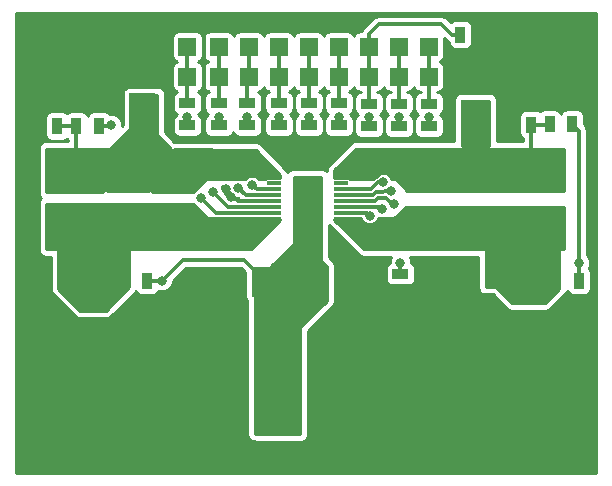
<source format=gbr>
G04 #@! TF.GenerationSoftware,KiCad,Pcbnew,(2017-02-05 revision 431abcf)-makepkg*
G04 #@! TF.CreationDate,2017-06-05T07:43:53+02:00*
G04 #@! TF.ProjectId,DIG4SWHI01A,44494734535748493031412E6B696361,rev?*
G04 #@! TF.FileFunction,Copper,L2,Bot,Signal*
G04 #@! TF.FilePolarity,Positive*
%FSLAX46Y46*%
G04 Gerber Fmt 4.6, Leading zero omitted, Abs format (unit mm)*
G04 Created by KiCad (PCBNEW (2017-02-05 revision 431abcf)-makepkg) date 06/05/17 07:43:53*
%MOMM*%
%LPD*%
G01*
G04 APERTURE LIST*
%ADD10C,1.300000*%
%ADD11C,0.500000*%
%ADD12R,1.200000X0.300000*%
%ADD13R,2.200000X3.800000*%
%ADD14R,1.524000X1.524000*%
%ADD15C,6.000000*%
%ADD16R,2.550160X2.499360*%
%ADD17R,0.889000X1.397000*%
%ADD18R,2.499360X2.301240*%
%ADD19R,2.301240X2.499360*%
%ADD20R,1.397000X0.889000*%
%ADD21R,3.810000X3.810000*%
%ADD22C,0.800000*%
%ADD23C,0.250000*%
%ADD24C,0.300000*%
%ADD25C,0.254000*%
G04 APERTURE END LIST*
D10*
D11*
X24927000Y22630000D03*
X24927000Y23630000D03*
X24927000Y24630000D03*
X24927000Y25630000D03*
X26127000Y25630000D03*
X26127000Y24630000D03*
X26127000Y23630000D03*
X26127000Y22630000D03*
D12*
X22727000Y22380000D03*
X22727000Y22880000D03*
X22727000Y23380000D03*
X22727000Y23880000D03*
X22727000Y24380000D03*
X22727000Y24880000D03*
X22727000Y25380000D03*
X22727000Y25880000D03*
X28327000Y25880000D03*
X28327000Y25380000D03*
X28327000Y24880000D03*
X28327000Y24380000D03*
X28327000Y23880000D03*
X28327000Y23380000D03*
X28327000Y22880000D03*
X28327000Y22380000D03*
D13*
X25527000Y24130000D03*
D14*
X30734000Y34417000D03*
X30734000Y36957000D03*
D15*
X5080000Y5080000D03*
X45720000Y5080000D03*
X45720000Y35560000D03*
X5080000Y35560000D03*
D16*
X17033240Y17018000D03*
X22082760Y17018000D03*
D17*
X25844500Y20193000D03*
X27749500Y20193000D03*
X38481000Y37973000D03*
X40386000Y37973000D03*
X2921000Y17145000D03*
X4826000Y17145000D03*
X4318000Y30226000D03*
X2413000Y30226000D03*
X42545000Y30353000D03*
X44450000Y30353000D03*
X40957500Y17208500D03*
X39052500Y17208500D03*
D18*
X30215840Y16637000D03*
X25918160Y16637000D03*
D19*
X7366000Y15748000D03*
X7366000Y11450320D03*
X11557000Y36047680D03*
X11557000Y31750000D03*
X39624000Y35433000D03*
X39624000Y31135320D03*
X44069000Y16383000D03*
X44069000Y12085320D03*
D14*
X18034000Y34417000D03*
X18034000Y36957000D03*
X23114000Y36957000D03*
X23114000Y34417000D03*
X35814000Y34417000D03*
X35814000Y36957000D03*
X28194000Y36957000D03*
X28194000Y34417000D03*
X33274000Y36957000D03*
X33274000Y34417000D03*
X25654000Y34417000D03*
X25654000Y36957000D03*
X15367000Y34417000D03*
X15367000Y36957000D03*
X20574000Y36957000D03*
X20574000Y34417000D03*
D20*
X30734000Y32131000D03*
X30734000Y30226000D03*
X33401000Y15811500D03*
X33401000Y17716500D03*
X18034000Y30289500D03*
X18034000Y32194500D03*
X23114000Y32194500D03*
X23114000Y30289500D03*
X35814000Y32131000D03*
X35814000Y30226000D03*
X28194000Y30289500D03*
X28194000Y32194500D03*
X33274000Y32131000D03*
X33274000Y30226000D03*
X25654000Y32194500D03*
X25654000Y30289500D03*
X15367000Y32194500D03*
X15367000Y30289500D03*
X20447000Y30289500D03*
X20447000Y32194500D03*
D17*
X11938000Y17145000D03*
X10033000Y17145000D03*
X5969000Y30226000D03*
X7874000Y30226000D03*
X47942500Y30416500D03*
X46037500Y30416500D03*
X46609000Y17145000D03*
X48514000Y17145000D03*
D14*
X3175000Y11430000D03*
X3175000Y13970000D03*
D21*
X23114000Y10922000D03*
X23114000Y5922000D03*
X18034000Y5922000D03*
X18034000Y10922000D03*
X5287000Y21590000D03*
X10287000Y21590000D03*
X5287000Y26543000D03*
X10287000Y26543000D03*
X40386000Y26543000D03*
X45386000Y26543000D03*
X40386000Y21590000D03*
X45386000Y21590000D03*
X13081000Y5922000D03*
X13081000Y10922000D03*
X28194000Y10922000D03*
X28194000Y5922000D03*
X33274000Y5922000D03*
X33274000Y10922000D03*
X38354000Y10922000D03*
X38354000Y5922000D03*
D22*
X24638000Y27432000D03*
X23622000Y27432000D03*
X24130000Y28702000D03*
X22860000Y28702000D03*
X37592000Y30734000D03*
X37592000Y32004000D03*
X37592000Y33020000D03*
X37592000Y34036000D03*
X37592000Y35052000D03*
X37592000Y36068000D03*
X11684000Y38354000D03*
X10414000Y38354000D03*
X9144000Y38354000D03*
X9144000Y37084000D03*
X9144000Y35814000D03*
X9144000Y34544000D03*
X9144000Y33274000D03*
X9144000Y32004000D03*
X10414000Y8382000D03*
X10414000Y9906000D03*
X10414000Y11176000D03*
X9906000Y12700000D03*
X41148000Y9144000D03*
X41148000Y10414000D03*
X41148000Y11684000D03*
X41402000Y12954000D03*
X29210000Y19050000D03*
X40386000Y13970000D03*
X39116000Y13970000D03*
X38100000Y13970000D03*
X37084000Y13970000D03*
X35814000Y13970000D03*
X34544000Y13970000D03*
X33274000Y13970000D03*
X32004000Y13970000D03*
X30734000Y13970000D03*
X29464000Y13970000D03*
X28194000Y13970000D03*
X15875000Y13969998D03*
X14732000Y13969994D03*
X19431000Y13970000D03*
X18161000Y13970000D03*
X17018000Y13970000D03*
X13716000Y13970000D03*
X12446000Y13970000D03*
X11176000Y13970000D03*
X19044814Y24250777D03*
X18669000Y24892000D03*
X25654000Y17526000D03*
X24892000Y20574000D03*
X25908000Y21590000D03*
X24892000Y21590000D03*
X48514000Y18669000D03*
X13208000Y17145000D03*
X8890000Y30353000D03*
X32893000Y23637987D03*
X33401000Y18669000D03*
X30734000Y30988000D03*
X20828000Y25273006D03*
X23114000Y30988000D03*
X31959985Y25506802D03*
X35814000Y30988000D03*
X31877000Y23240998D03*
X28194000Y30988000D03*
X32639000Y24765000D03*
X33274000Y30988000D03*
X25654000Y30988000D03*
X30787228Y22630000D03*
X15367000Y30988000D03*
X16510000Y24130000D03*
X20447000Y30988006D03*
X19685000Y25019000D03*
X18034000Y30988000D03*
X17526000Y24638000D03*
D23*
X24130000Y28702000D02*
X24130000Y27940000D01*
X24130000Y27940000D02*
X23622000Y27432000D01*
X14478000Y28956000D02*
X22606000Y28956000D01*
X22606000Y28956000D02*
X22860000Y28702000D01*
X13970000Y29464000D02*
X14478000Y28956000D01*
X13970000Y33535620D02*
X13970000Y29464000D01*
X11557000Y36047680D02*
X11557000Y35948620D01*
X11557000Y35948620D02*
X13970000Y33535620D01*
X37592000Y33020000D02*
X37592000Y32004000D01*
X37592000Y35052000D02*
X37592000Y34036000D01*
X39624000Y35433000D02*
X38227000Y35433000D01*
X38227000Y35433000D02*
X37592000Y36068000D01*
X9144000Y38354000D02*
X10414000Y38354000D01*
X9144000Y35814000D02*
X9144000Y37084000D01*
X9144000Y35035300D02*
X9144000Y34544000D01*
X9144000Y33274000D02*
X9144000Y34544000D01*
X9144000Y33274000D02*
X9144000Y32004000D01*
X11557000Y36047680D02*
X10156380Y36047680D01*
X10156380Y36047680D02*
X9144000Y35035300D01*
X10414000Y11176000D02*
X10414000Y9906000D01*
X7366000Y11450320D02*
X8766620Y11450320D01*
X8766620Y11450320D02*
X9906000Y12589700D01*
X9906000Y12589700D02*
X9906000Y12700000D01*
X41148000Y11684000D02*
X41148000Y10414000D01*
X44069000Y12085320D02*
X42270680Y12085320D01*
X42270680Y12085320D02*
X41402000Y12954000D01*
X30215840Y16637000D02*
X30215840Y18037620D01*
X29210000Y19043460D02*
X29210000Y19050000D01*
X30215840Y18037620D02*
X29210000Y19043460D01*
X38100000Y13970000D02*
X39116000Y13970000D01*
X35814000Y13970000D02*
X37084000Y13970000D01*
X33274000Y13970000D02*
X34544000Y13970000D01*
X30734000Y13970000D02*
X32004000Y13970000D01*
X28194000Y13970000D02*
X29464000Y13970000D01*
X15875002Y13970000D02*
X15875000Y13969998D01*
X17018000Y13970000D02*
X15875002Y13970000D01*
X14478000Y13970000D02*
X14731994Y13970000D01*
X14731994Y13970000D02*
X14732000Y13969994D01*
X13716000Y13970000D02*
X14478000Y13970000D01*
X18161000Y13970000D02*
X19431000Y13970000D01*
X11176000Y13970000D02*
X12446000Y13970000D01*
D24*
X19068999Y24492001D02*
X18669000Y24892000D01*
X19681000Y23880000D02*
X19068999Y24492001D01*
X22727000Y23880000D02*
X19681000Y23880000D01*
X25654000Y16901160D02*
X25654000Y16960315D01*
X25918160Y16637000D02*
X25654000Y16901160D01*
X25654000Y16960315D02*
X25654000Y17526000D01*
D23*
X25908000Y21590000D02*
X24892000Y20574000D01*
X25527000Y24130000D02*
X25527000Y21980000D01*
X25527000Y21980000D02*
X25137000Y21590000D01*
X25137000Y21590000D02*
X24892000Y21590000D01*
D24*
X48514000Y18669000D02*
X48514000Y29845000D01*
X48514000Y29845000D02*
X47942500Y30416500D01*
X48514000Y18669000D02*
X48514000Y17145000D01*
X13208000Y17145000D02*
X14986000Y18923000D01*
X14986000Y18923000D02*
X20193000Y18923000D01*
X20193000Y18923000D02*
X20193000Y18882360D01*
X20193000Y18882360D02*
X22057360Y17018000D01*
X22057360Y17018000D02*
X22082760Y17018000D01*
X13208000Y17145000D02*
X11938000Y17145000D01*
X7874000Y30226000D02*
X8763000Y30226000D01*
X8763000Y30226000D02*
X8890000Y30353000D01*
X23114000Y34417000D02*
X23114000Y36957000D01*
X23114000Y32194500D02*
X23114000Y34417000D01*
X35814000Y34417000D02*
X35814000Y36957000D01*
X35814000Y32131000D02*
X35814000Y34417000D01*
X5287000Y26543000D02*
X7492000Y26543000D01*
X7492000Y26543000D02*
X10287000Y26543000D01*
X21037000Y26670000D02*
X20910000Y26543000D01*
X20910000Y26543000D02*
X10287000Y26543000D01*
X22727000Y25880000D02*
X21827000Y25880000D01*
X21827000Y25880000D02*
X21037000Y26670000D01*
X5969000Y30226000D02*
X5969000Y27225000D01*
X5969000Y27225000D02*
X5287000Y26543000D01*
X4318000Y30226000D02*
X5969000Y30226000D01*
X39624000Y31135320D02*
X39624000Y27305000D01*
X39624000Y27305000D02*
X40386000Y26543000D01*
X44450000Y30353000D02*
X44450000Y27479000D01*
X44450000Y27479000D02*
X45386000Y26543000D01*
X44450000Y30353000D02*
X45974000Y30353000D01*
X45974000Y30353000D02*
X46037500Y30416500D01*
X32175997Y24118001D02*
X32656011Y23637987D01*
X32656011Y23637987D02*
X32893000Y23637987D01*
X31278998Y23880000D02*
X31516999Y24118001D01*
X31516999Y24118001D02*
X32175997Y24118001D01*
X28327000Y23880000D02*
X31278998Y23880000D01*
X33401000Y17716500D02*
X33401000Y18669000D01*
X30734000Y30988000D02*
X30734000Y30226000D01*
X30734000Y34417000D02*
X30734000Y36957000D01*
X30734000Y32131000D02*
X30734000Y34417000D01*
X31577000Y38862000D02*
X36847500Y38862000D01*
X37736500Y37973000D02*
X38481000Y37973000D01*
X36847500Y38862000D02*
X37736500Y37973000D01*
X30734000Y36957000D02*
X30734000Y38019000D01*
X30734000Y38019000D02*
X31577000Y38862000D01*
X28194000Y34417000D02*
X28194000Y36957000D01*
X28194000Y32194500D02*
X28194000Y34417000D01*
X21221006Y24880000D02*
X20828000Y25273006D01*
X22727000Y24880000D02*
X21221006Y24880000D01*
X23114000Y30289500D02*
X23114000Y30988000D01*
X30864754Y24880000D02*
X31491556Y25506802D01*
X31491556Y25506802D02*
X31959985Y25506802D01*
X28327000Y24880000D02*
X30864754Y24880000D01*
X35814000Y30988000D02*
X35814000Y30226000D01*
X31737998Y23380000D02*
X31877000Y23240998D01*
X28327000Y23380000D02*
X31737998Y23380000D01*
X28194000Y30988000D02*
X28194000Y30289500D01*
X32073315Y24765000D02*
X32639000Y24765000D01*
X31946315Y24638000D02*
X32073315Y24765000D01*
X31329876Y24638000D02*
X31946315Y24638000D01*
X31071876Y24380000D02*
X31329876Y24638000D01*
X28327000Y24380000D02*
X31071876Y24380000D01*
X33274000Y30988000D02*
X33274000Y30226000D01*
X25654000Y30988000D02*
X25654000Y30289500D01*
X28327000Y22880000D02*
X30537228Y22880000D01*
X30537228Y22880000D02*
X30787228Y22630000D01*
X22727000Y22880000D02*
X17760000Y22880000D01*
X17760000Y22880000D02*
X16510000Y24130000D01*
X15367000Y30289500D02*
X15367000Y30988000D01*
X15367000Y30861000D02*
X15367000Y30035500D01*
X22727000Y24380000D02*
X20324000Y24380000D01*
X20324000Y24380000D02*
X19685000Y25019000D01*
X20447000Y30289500D02*
X20447000Y30988006D01*
D23*
X20447000Y30162500D02*
X20574000Y30035500D01*
D24*
X10033000Y17145000D02*
X10033000Y21336000D01*
X10033000Y21336000D02*
X10287000Y21590000D01*
X18034000Y34417000D02*
X18034000Y36957000D01*
X18034000Y32194500D02*
X18034000Y34417000D01*
X33274000Y34417000D02*
X33274000Y36957000D01*
X33274000Y32131000D02*
X33274000Y34417000D01*
X25654000Y34417000D02*
X25654000Y36957000D01*
X25654000Y32194500D02*
X25654000Y34417000D01*
X15367000Y34417000D02*
X15367000Y36957000D01*
X15367000Y32194500D02*
X15367000Y34417000D01*
X20574000Y34417000D02*
X20574000Y36957000D01*
X20447000Y32194500D02*
X20447000Y34290000D01*
X20447000Y34290000D02*
X20574000Y34417000D01*
X22727000Y23380000D02*
X18784000Y23380000D01*
X18784000Y23380000D02*
X17526000Y24638000D01*
X18034000Y30289500D02*
X18034000Y30988000D01*
D23*
X18034000Y30734000D02*
X18034000Y30035500D01*
D25*
G36*
X49944000Y856000D02*
X856000Y856000D01*
X856000Y28448000D01*
X2775000Y28448000D01*
X2775000Y24511000D01*
X2815115Y24309326D01*
X2929355Y24138355D01*
X2941859Y24130000D01*
X2929355Y24121645D01*
X2815115Y23950674D01*
X2775000Y23749000D01*
X2775000Y19685000D01*
X2815115Y19483326D01*
X2929355Y19312355D01*
X3100326Y19198115D01*
X3302000Y19158000D01*
X3330097Y19158000D01*
X3382000Y19147676D01*
X3791000Y19147676D01*
X3791000Y16383000D01*
X3831115Y16181326D01*
X3945355Y16010355D01*
X5831609Y14124101D01*
X5835435Y14118375D01*
X5841161Y14114549D01*
X5850355Y14105355D01*
X6021326Y13991115D01*
X6223000Y13951000D01*
X8509000Y13951000D01*
X8710674Y13991115D01*
X8881645Y14105355D01*
X8890839Y14114549D01*
X8896565Y14118375D01*
X8900391Y14124101D01*
X10813445Y16037155D01*
X10857445Y16066555D01*
X10886845Y16110555D01*
X10913645Y16137355D01*
X10993805Y16257323D01*
X10997077Y16240875D01*
X11113555Y16066555D01*
X11287875Y15950077D01*
X11493500Y15909176D01*
X12382500Y15909176D01*
X12588125Y15950077D01*
X12762445Y16066555D01*
X12878923Y16240875D01*
X12885726Y16275079D01*
X13022799Y16218161D01*
X13391583Y16217839D01*
X13732417Y16358669D01*
X13993414Y16619211D01*
X14134839Y16959799D01*
X14134974Y17114552D01*
X15266422Y18246000D01*
X19871938Y18246000D01*
X20270356Y17847582D01*
X20270356Y15768320D01*
X20311257Y15562695D01*
X20427735Y15388375D01*
X20428000Y15388198D01*
X20428000Y4064000D01*
X20468115Y3862326D01*
X20582355Y3691355D01*
X20753326Y3577115D01*
X20955000Y3537000D01*
X20978796Y3537000D01*
X21003375Y3520577D01*
X21209000Y3479676D01*
X25019000Y3479676D01*
X25224625Y3520577D01*
X25398945Y3637055D01*
X25515423Y3811375D01*
X25556324Y4017000D01*
X25556324Y7827000D01*
X25546000Y7878903D01*
X25546000Y8965097D01*
X25556324Y9017000D01*
X25556324Y12827000D01*
X25548687Y12865397D01*
X27677645Y14994355D01*
X27791885Y15165326D01*
X27832000Y15367000D01*
X27832000Y18415000D01*
X27791885Y18616674D01*
X27677645Y18787645D01*
X27324000Y19141290D01*
X27324000Y21841710D01*
X29853355Y19312355D01*
X30024326Y19198115D01*
X30226000Y19158000D01*
X32600310Y19158000D01*
X32474161Y18854201D01*
X32473976Y18642122D01*
X32322555Y18540945D01*
X32206077Y18366625D01*
X32165176Y18161000D01*
X32165176Y17272000D01*
X32206077Y17066375D01*
X32322555Y16892055D01*
X32496875Y16775577D01*
X32702500Y16734676D01*
X34099500Y16734676D01*
X34305125Y16775577D01*
X34479445Y16892055D01*
X34595923Y17066375D01*
X34636824Y17272000D01*
X34636824Y18161000D01*
X34595923Y18366625D01*
X34479445Y18540945D01*
X34327977Y18642153D01*
X34328161Y18852583D01*
X34201965Y19158000D01*
X38429097Y19158000D01*
X38481000Y19147676D01*
X39986000Y19147676D01*
X39986000Y17958903D01*
X39975676Y17907000D01*
X39975676Y16510000D01*
X40016577Y16304375D01*
X40133055Y16130055D01*
X40307375Y16013577D01*
X40513000Y15972676D01*
X41194034Y15972676D01*
X42426355Y14740355D01*
X42597326Y14626115D01*
X42799000Y14586000D01*
X45720000Y14586000D01*
X45921674Y14626115D01*
X46092645Y14740355D01*
X47362645Y16010355D01*
X47373379Y16026420D01*
X47433445Y16066555D01*
X47549923Y16240875D01*
X47561500Y16299077D01*
X47573077Y16240875D01*
X47689555Y16066555D01*
X47863875Y15950077D01*
X48069500Y15909176D01*
X48958500Y15909176D01*
X49164125Y15950077D01*
X49338445Y16066555D01*
X49454923Y16240875D01*
X49495824Y16446500D01*
X49495824Y17843500D01*
X49454923Y18049125D01*
X49338445Y18223445D01*
X49333971Y18226434D01*
X49440839Y18483799D01*
X49441161Y18852583D01*
X49300331Y19193417D01*
X49191000Y19302939D01*
X49191000Y29845000D01*
X49139466Y30104077D01*
X48992711Y30323711D01*
X48924324Y30392098D01*
X48924324Y31115000D01*
X48883423Y31320625D01*
X48766945Y31494945D01*
X48592625Y31611423D01*
X48387000Y31652324D01*
X47498000Y31652324D01*
X47292375Y31611423D01*
X47118055Y31494945D01*
X47001577Y31320625D01*
X46990000Y31262423D01*
X46978423Y31320625D01*
X46861945Y31494945D01*
X46687625Y31611423D01*
X46482000Y31652324D01*
X45593000Y31652324D01*
X45387375Y31611423D01*
X45213055Y31494945D01*
X45202670Y31479404D01*
X45100125Y31547923D01*
X44894500Y31588824D01*
X44005500Y31588824D01*
X43799875Y31547923D01*
X43625555Y31431445D01*
X43509077Y31257125D01*
X43468176Y31051500D01*
X43468176Y29654500D01*
X43509077Y29448875D01*
X43625555Y29274555D01*
X43773000Y29176034D01*
X43773000Y28985324D01*
X43481000Y28985324D01*
X43429097Y28975000D01*
X42342903Y28975000D01*
X42291000Y28985324D01*
X41548000Y28985324D01*
X41548000Y32512000D01*
X41507885Y32713674D01*
X41393645Y32884645D01*
X41222674Y32998885D01*
X41021000Y33039000D01*
X38481000Y33039000D01*
X38279326Y32998885D01*
X38108355Y32884645D01*
X37994115Y32713674D01*
X37954000Y32512000D01*
X37954000Y32475211D01*
X37936056Y32385000D01*
X37936056Y29885640D01*
X37954000Y29795429D01*
X37954000Y28975000D01*
X29591000Y28975000D01*
X29389326Y28934885D01*
X29218355Y28820645D01*
X27313355Y26915645D01*
X27199115Y26744674D01*
X27159000Y26543000D01*
X27159000Y26414758D01*
X26998674Y26521885D01*
X26797000Y26562000D01*
X26653766Y26562000D01*
X26627000Y26567324D01*
X24427000Y26567324D01*
X24400234Y26562000D01*
X24257000Y26562000D01*
X24055326Y26521885D01*
X23884355Y26407645D01*
X23854905Y26363571D01*
X23854885Y26363674D01*
X23740645Y26534645D01*
X21581645Y28693645D01*
X21410674Y28807885D01*
X21209000Y28848000D01*
X20829887Y28848000D01*
X14267738Y28895552D01*
X13481000Y29682290D01*
X13481000Y33020000D01*
X13440885Y33221674D01*
X13326645Y33392645D01*
X13155674Y33506885D01*
X12954000Y33547000D01*
X10414000Y33547000D01*
X10212326Y33506885D01*
X10041355Y33392645D01*
X10037672Y33387134D01*
X10026435Y33379625D01*
X9909957Y33205305D01*
X9869056Y32999680D01*
X9869056Y30500320D01*
X9887000Y30410109D01*
X9887000Y30317290D01*
X9816908Y30247198D01*
X9817161Y30536583D01*
X9676331Y30877417D01*
X9415789Y31138414D01*
X9075201Y31279839D01*
X8714676Y31280154D01*
X8698445Y31304445D01*
X8524125Y31420923D01*
X8318500Y31461824D01*
X7429500Y31461824D01*
X7223875Y31420923D01*
X7049555Y31304445D01*
X6933077Y31130125D01*
X6921500Y31071923D01*
X6909923Y31130125D01*
X6793445Y31304445D01*
X6619125Y31420923D01*
X6413500Y31461824D01*
X5524500Y31461824D01*
X5318875Y31420923D01*
X5144555Y31304445D01*
X5143500Y31302866D01*
X5142445Y31304445D01*
X4968125Y31420923D01*
X4762500Y31461824D01*
X3873500Y31461824D01*
X3667875Y31420923D01*
X3493555Y31304445D01*
X3377077Y31130125D01*
X3336176Y30924500D01*
X3336176Y29527500D01*
X3377077Y29321875D01*
X3493555Y29147555D01*
X3667875Y29031077D01*
X3873500Y28990176D01*
X4762500Y28990176D01*
X4968125Y29031077D01*
X5142445Y29147555D01*
X5143500Y29149134D01*
X5144555Y29147555D01*
X5292000Y29049034D01*
X5292000Y28985324D01*
X3382000Y28985324D01*
X3329176Y28974817D01*
X3305819Y28974986D01*
X3100326Y28934885D01*
X2929355Y28820645D01*
X2815115Y28649674D01*
X2775000Y28448000D01*
X856000Y28448000D01*
X856000Y37719000D01*
X14067676Y37719000D01*
X14067676Y36195000D01*
X14108577Y35989375D01*
X14225055Y35815055D01*
X14399375Y35698577D01*
X14457577Y35687000D01*
X14399375Y35675423D01*
X14225055Y35558945D01*
X14108577Y35384625D01*
X14067676Y35179000D01*
X14067676Y33655000D01*
X14108577Y33449375D01*
X14225055Y33275055D01*
X14399375Y33158577D01*
X14489327Y33140685D01*
X14462875Y33135423D01*
X14288555Y33018945D01*
X14172077Y32844625D01*
X14131176Y32639000D01*
X14131176Y31750000D01*
X14172077Y31544375D01*
X14288555Y31370055D01*
X14462875Y31253577D01*
X14472723Y31251618D01*
X14464016Y31230650D01*
X14462875Y31230423D01*
X14288555Y31113945D01*
X14172077Y30939625D01*
X14131176Y30734000D01*
X14131176Y29845000D01*
X14172077Y29639375D01*
X14288555Y29465055D01*
X14462875Y29348577D01*
X14668500Y29307676D01*
X16065500Y29307676D01*
X16271125Y29348577D01*
X16445445Y29465055D01*
X16561923Y29639375D01*
X16602824Y29845000D01*
X16602824Y30734000D01*
X16561923Y30939625D01*
X16445445Y31113945D01*
X16271125Y31230423D01*
X16269734Y31230700D01*
X16261105Y31251584D01*
X16271125Y31253577D01*
X16445445Y31370055D01*
X16561923Y31544375D01*
X16602824Y31750000D01*
X16602824Y32639000D01*
X16561923Y32844625D01*
X16445445Y33018945D01*
X16271125Y33135423D01*
X16244673Y33140685D01*
X16334625Y33158577D01*
X16508945Y33275055D01*
X16625423Y33449375D01*
X16666324Y33655000D01*
X16666324Y35179000D01*
X16625423Y35384625D01*
X16508945Y35558945D01*
X16334625Y35675423D01*
X16276423Y35687000D01*
X16334625Y35698577D01*
X16508945Y35815055D01*
X16625423Y35989375D01*
X16666324Y36195000D01*
X16666324Y37719000D01*
X16734676Y37719000D01*
X16734676Y36195000D01*
X16775577Y35989375D01*
X16892055Y35815055D01*
X17066375Y35698577D01*
X17124577Y35687000D01*
X17066375Y35675423D01*
X16892055Y35558945D01*
X16775577Y35384625D01*
X16734676Y35179000D01*
X16734676Y33655000D01*
X16775577Y33449375D01*
X16892055Y33275055D01*
X17066375Y33158577D01*
X17156327Y33140685D01*
X17129875Y33135423D01*
X16955555Y33018945D01*
X16839077Y32844625D01*
X16798176Y32639000D01*
X16798176Y31750000D01*
X16839077Y31544375D01*
X16955555Y31370055D01*
X17129875Y31253577D01*
X17139723Y31251618D01*
X17131016Y31230650D01*
X17129875Y31230423D01*
X16955555Y31113945D01*
X16839077Y30939625D01*
X16798176Y30734000D01*
X16798176Y29845000D01*
X16839077Y29639375D01*
X16955555Y29465055D01*
X17129875Y29348577D01*
X17335500Y29307676D01*
X18732500Y29307676D01*
X18938125Y29348577D01*
X19112445Y29465055D01*
X19228923Y29639375D01*
X19240500Y29697577D01*
X19252077Y29639375D01*
X19368555Y29465055D01*
X19542875Y29348577D01*
X19748500Y29307676D01*
X21145500Y29307676D01*
X21351125Y29348577D01*
X21525445Y29465055D01*
X21641923Y29639375D01*
X21682824Y29845000D01*
X21682824Y30734000D01*
X21641923Y30939625D01*
X21525445Y31113945D01*
X21351125Y31230423D01*
X21349737Y31230699D01*
X21341108Y31251584D01*
X21351125Y31253577D01*
X21525445Y31370055D01*
X21641923Y31544375D01*
X21682824Y31750000D01*
X21682824Y32639000D01*
X21641923Y32844625D01*
X21525445Y33018945D01*
X21368123Y33124066D01*
X21541625Y33158577D01*
X21715945Y33275055D01*
X21832423Y33449375D01*
X21844000Y33507577D01*
X21855577Y33449375D01*
X21972055Y33275055D01*
X22146375Y33158577D01*
X22236327Y33140685D01*
X22209875Y33135423D01*
X22035555Y33018945D01*
X21919077Y32844625D01*
X21878176Y32639000D01*
X21878176Y31750000D01*
X21919077Y31544375D01*
X22035555Y31370055D01*
X22209875Y31253577D01*
X22219723Y31251618D01*
X22211016Y31230650D01*
X22209875Y31230423D01*
X22035555Y31113945D01*
X21919077Y30939625D01*
X21878176Y30734000D01*
X21878176Y29845000D01*
X21919077Y29639375D01*
X22035555Y29465055D01*
X22209875Y29348577D01*
X22415500Y29307676D01*
X23812500Y29307676D01*
X24018125Y29348577D01*
X24192445Y29465055D01*
X24308923Y29639375D01*
X24349824Y29845000D01*
X24349824Y30734000D01*
X24308923Y30939625D01*
X24192445Y31113945D01*
X24018125Y31230423D01*
X24016734Y31230700D01*
X24008105Y31251584D01*
X24018125Y31253577D01*
X24192445Y31370055D01*
X24308923Y31544375D01*
X24349824Y31750000D01*
X24349824Y32639000D01*
X24308923Y32844625D01*
X24192445Y33018945D01*
X24018125Y33135423D01*
X23991673Y33140685D01*
X24081625Y33158577D01*
X24255945Y33275055D01*
X24372423Y33449375D01*
X24384000Y33507577D01*
X24395577Y33449375D01*
X24512055Y33275055D01*
X24686375Y33158577D01*
X24776327Y33140685D01*
X24749875Y33135423D01*
X24575555Y33018945D01*
X24459077Y32844625D01*
X24418176Y32639000D01*
X24418176Y31750000D01*
X24459077Y31544375D01*
X24575555Y31370055D01*
X24749875Y31253577D01*
X24759723Y31251618D01*
X24751016Y31230650D01*
X24749875Y31230423D01*
X24575555Y31113945D01*
X24459077Y30939625D01*
X24418176Y30734000D01*
X24418176Y29845000D01*
X24459077Y29639375D01*
X24575555Y29465055D01*
X24749875Y29348577D01*
X24955500Y29307676D01*
X26352500Y29307676D01*
X26558125Y29348577D01*
X26732445Y29465055D01*
X26848923Y29639375D01*
X26889824Y29845000D01*
X26889824Y30734000D01*
X26848923Y30939625D01*
X26732445Y31113945D01*
X26558125Y31230423D01*
X26556734Y31230700D01*
X26548105Y31251584D01*
X26558125Y31253577D01*
X26732445Y31370055D01*
X26848923Y31544375D01*
X26889824Y31750000D01*
X26889824Y32639000D01*
X26848923Y32844625D01*
X26732445Y33018945D01*
X26558125Y33135423D01*
X26531673Y33140685D01*
X26621625Y33158577D01*
X26795945Y33275055D01*
X26912423Y33449375D01*
X26924000Y33507577D01*
X26935577Y33449375D01*
X27052055Y33275055D01*
X27226375Y33158577D01*
X27316327Y33140685D01*
X27289875Y33135423D01*
X27115555Y33018945D01*
X26999077Y32844625D01*
X26958176Y32639000D01*
X26958176Y31750000D01*
X26999077Y31544375D01*
X27115555Y31370055D01*
X27289875Y31253577D01*
X27299723Y31251618D01*
X27291016Y31230650D01*
X27289875Y31230423D01*
X27115555Y31113945D01*
X26999077Y30939625D01*
X26958176Y30734000D01*
X26958176Y29845000D01*
X26999077Y29639375D01*
X27115555Y29465055D01*
X27289875Y29348577D01*
X27495500Y29307676D01*
X28892500Y29307676D01*
X29098125Y29348577D01*
X29272445Y29465055D01*
X29388923Y29639375D01*
X29429824Y29845000D01*
X29429824Y30734000D01*
X29388923Y30939625D01*
X29272445Y31113945D01*
X29098125Y31230423D01*
X29096734Y31230700D01*
X29088105Y31251584D01*
X29098125Y31253577D01*
X29272445Y31370055D01*
X29388923Y31544375D01*
X29429824Y31750000D01*
X29429824Y32639000D01*
X29388923Y32844625D01*
X29272445Y33018945D01*
X29098125Y33135423D01*
X29071673Y33140685D01*
X29161625Y33158577D01*
X29335945Y33275055D01*
X29452423Y33449375D01*
X29464000Y33507577D01*
X29475577Y33449375D01*
X29592055Y33275055D01*
X29766375Y33158577D01*
X29972000Y33117676D01*
X30057000Y33117676D01*
X30057000Y33112824D01*
X30035500Y33112824D01*
X29829875Y33071923D01*
X29655555Y32955445D01*
X29539077Y32781125D01*
X29498176Y32575500D01*
X29498176Y31686500D01*
X29539077Y31480875D01*
X29655555Y31306555D01*
X29817580Y31198292D01*
X29807161Y31173201D01*
X29807142Y31151733D01*
X29655555Y31050445D01*
X29539077Y30876125D01*
X29498176Y30670500D01*
X29498176Y29781500D01*
X29539077Y29575875D01*
X29655555Y29401555D01*
X29829875Y29285077D01*
X30035500Y29244176D01*
X31432500Y29244176D01*
X31638125Y29285077D01*
X31812445Y29401555D01*
X31928923Y29575875D01*
X31969824Y29781500D01*
X31969824Y30670500D01*
X31928923Y30876125D01*
X31812445Y31050445D01*
X31661144Y31151542D01*
X31661161Y31171583D01*
X31650189Y31198138D01*
X31812445Y31306555D01*
X31928923Y31480875D01*
X31969824Y31686500D01*
X31969824Y32575500D01*
X31928923Y32781125D01*
X31812445Y32955445D01*
X31638125Y33071923D01*
X31432500Y33112824D01*
X31411000Y33112824D01*
X31411000Y33117676D01*
X31496000Y33117676D01*
X31701625Y33158577D01*
X31875945Y33275055D01*
X31992423Y33449375D01*
X32004000Y33507577D01*
X32015577Y33449375D01*
X32132055Y33275055D01*
X32306375Y33158577D01*
X32512000Y33117676D01*
X32597000Y33117676D01*
X32597000Y33112824D01*
X32575500Y33112824D01*
X32369875Y33071923D01*
X32195555Y32955445D01*
X32079077Y32781125D01*
X32038176Y32575500D01*
X32038176Y31686500D01*
X32079077Y31480875D01*
X32195555Y31306555D01*
X32357580Y31198292D01*
X32347161Y31173201D01*
X32347142Y31151733D01*
X32195555Y31050445D01*
X32079077Y30876125D01*
X32038176Y30670500D01*
X32038176Y29781500D01*
X32079077Y29575875D01*
X32195555Y29401555D01*
X32369875Y29285077D01*
X32575500Y29244176D01*
X33972500Y29244176D01*
X34178125Y29285077D01*
X34352445Y29401555D01*
X34468923Y29575875D01*
X34509824Y29781500D01*
X34509824Y30670500D01*
X34468923Y30876125D01*
X34352445Y31050445D01*
X34201144Y31151542D01*
X34201161Y31171583D01*
X34190189Y31198138D01*
X34352445Y31306555D01*
X34468923Y31480875D01*
X34509824Y31686500D01*
X34509824Y32575500D01*
X34468923Y32781125D01*
X34352445Y32955445D01*
X34178125Y33071923D01*
X33972500Y33112824D01*
X33951000Y33112824D01*
X33951000Y33117676D01*
X34036000Y33117676D01*
X34241625Y33158577D01*
X34415945Y33275055D01*
X34532423Y33449375D01*
X34544000Y33507577D01*
X34555577Y33449375D01*
X34672055Y33275055D01*
X34846375Y33158577D01*
X35052000Y33117676D01*
X35137000Y33117676D01*
X35137000Y33112824D01*
X35115500Y33112824D01*
X34909875Y33071923D01*
X34735555Y32955445D01*
X34619077Y32781125D01*
X34578176Y32575500D01*
X34578176Y31686500D01*
X34619077Y31480875D01*
X34735555Y31306555D01*
X34897580Y31198292D01*
X34887161Y31173201D01*
X34887142Y31151733D01*
X34735555Y31050445D01*
X34619077Y30876125D01*
X34578176Y30670500D01*
X34578176Y29781500D01*
X34619077Y29575875D01*
X34735555Y29401555D01*
X34909875Y29285077D01*
X35115500Y29244176D01*
X36512500Y29244176D01*
X36718125Y29285077D01*
X36892445Y29401555D01*
X37008923Y29575875D01*
X37049824Y29781500D01*
X37049824Y30670500D01*
X37008923Y30876125D01*
X36892445Y31050445D01*
X36741144Y31151542D01*
X36741161Y31171583D01*
X36730189Y31198138D01*
X36892445Y31306555D01*
X37008923Y31480875D01*
X37049824Y31686500D01*
X37049824Y32575500D01*
X37008923Y32781125D01*
X36892445Y32955445D01*
X36718125Y33071923D01*
X36512500Y33112824D01*
X36491000Y33112824D01*
X36491000Y33117676D01*
X36576000Y33117676D01*
X36781625Y33158577D01*
X36955945Y33275055D01*
X37072423Y33449375D01*
X37113324Y33655000D01*
X37113324Y35179000D01*
X37072423Y35384625D01*
X36955945Y35558945D01*
X36781625Y35675423D01*
X36723423Y35687000D01*
X36781625Y35698577D01*
X36955945Y35815055D01*
X37072423Y35989375D01*
X37113324Y36195000D01*
X37113324Y37638754D01*
X37257789Y37494289D01*
X37477423Y37347534D01*
X37499176Y37343207D01*
X37499176Y37274500D01*
X37540077Y37068875D01*
X37656555Y36894555D01*
X37830875Y36778077D01*
X38036500Y36737176D01*
X38925500Y36737176D01*
X39131125Y36778077D01*
X39305445Y36894555D01*
X39421923Y37068875D01*
X39462824Y37274500D01*
X39462824Y38671500D01*
X39421923Y38877125D01*
X39305445Y39051445D01*
X39131125Y39167923D01*
X38925500Y39208824D01*
X38036500Y39208824D01*
X37830875Y39167923D01*
X37656555Y39051445D01*
X37640101Y39026821D01*
X37326211Y39340711D01*
X37106577Y39487466D01*
X36847500Y39539000D01*
X31577000Y39539000D01*
X31317923Y39487466D01*
X31098289Y39340711D01*
X30255289Y38497711D01*
X30108534Y38278077D01*
X30104207Y38256324D01*
X29972000Y38256324D01*
X29766375Y38215423D01*
X29592055Y38098945D01*
X29475577Y37924625D01*
X29464000Y37866423D01*
X29452423Y37924625D01*
X29335945Y38098945D01*
X29161625Y38215423D01*
X28956000Y38256324D01*
X27432000Y38256324D01*
X27226375Y38215423D01*
X27052055Y38098945D01*
X26935577Y37924625D01*
X26924000Y37866423D01*
X26912423Y37924625D01*
X26795945Y38098945D01*
X26621625Y38215423D01*
X26416000Y38256324D01*
X24892000Y38256324D01*
X24686375Y38215423D01*
X24512055Y38098945D01*
X24395577Y37924625D01*
X24384000Y37866423D01*
X24372423Y37924625D01*
X24255945Y38098945D01*
X24081625Y38215423D01*
X23876000Y38256324D01*
X22352000Y38256324D01*
X22146375Y38215423D01*
X21972055Y38098945D01*
X21855577Y37924625D01*
X21844000Y37866423D01*
X21832423Y37924625D01*
X21715945Y38098945D01*
X21541625Y38215423D01*
X21336000Y38256324D01*
X19812000Y38256324D01*
X19606375Y38215423D01*
X19432055Y38098945D01*
X19315577Y37924625D01*
X19304000Y37866423D01*
X19292423Y37924625D01*
X19175945Y38098945D01*
X19001625Y38215423D01*
X18796000Y38256324D01*
X17272000Y38256324D01*
X17066375Y38215423D01*
X16892055Y38098945D01*
X16775577Y37924625D01*
X16734676Y37719000D01*
X16666324Y37719000D01*
X16625423Y37924625D01*
X16508945Y38098945D01*
X16334625Y38215423D01*
X16129000Y38256324D01*
X14605000Y38256324D01*
X14399375Y38215423D01*
X14225055Y38098945D01*
X14108577Y37924625D01*
X14067676Y37719000D01*
X856000Y37719000D01*
X856000Y39784000D01*
X49944000Y39784000D01*
X49944000Y856000D01*
X49944000Y856000D01*
G37*
X49944000Y856000D02*
X856000Y856000D01*
X856000Y28448000D01*
X2775000Y28448000D01*
X2775000Y24511000D01*
X2815115Y24309326D01*
X2929355Y24138355D01*
X2941859Y24130000D01*
X2929355Y24121645D01*
X2815115Y23950674D01*
X2775000Y23749000D01*
X2775000Y19685000D01*
X2815115Y19483326D01*
X2929355Y19312355D01*
X3100326Y19198115D01*
X3302000Y19158000D01*
X3330097Y19158000D01*
X3382000Y19147676D01*
X3791000Y19147676D01*
X3791000Y16383000D01*
X3831115Y16181326D01*
X3945355Y16010355D01*
X5831609Y14124101D01*
X5835435Y14118375D01*
X5841161Y14114549D01*
X5850355Y14105355D01*
X6021326Y13991115D01*
X6223000Y13951000D01*
X8509000Y13951000D01*
X8710674Y13991115D01*
X8881645Y14105355D01*
X8890839Y14114549D01*
X8896565Y14118375D01*
X8900391Y14124101D01*
X10813445Y16037155D01*
X10857445Y16066555D01*
X10886845Y16110555D01*
X10913645Y16137355D01*
X10993805Y16257323D01*
X10997077Y16240875D01*
X11113555Y16066555D01*
X11287875Y15950077D01*
X11493500Y15909176D01*
X12382500Y15909176D01*
X12588125Y15950077D01*
X12762445Y16066555D01*
X12878923Y16240875D01*
X12885726Y16275079D01*
X13022799Y16218161D01*
X13391583Y16217839D01*
X13732417Y16358669D01*
X13993414Y16619211D01*
X14134839Y16959799D01*
X14134974Y17114552D01*
X15266422Y18246000D01*
X19871938Y18246000D01*
X20270356Y17847582D01*
X20270356Y15768320D01*
X20311257Y15562695D01*
X20427735Y15388375D01*
X20428000Y15388198D01*
X20428000Y4064000D01*
X20468115Y3862326D01*
X20582355Y3691355D01*
X20753326Y3577115D01*
X20955000Y3537000D01*
X20978796Y3537000D01*
X21003375Y3520577D01*
X21209000Y3479676D01*
X25019000Y3479676D01*
X25224625Y3520577D01*
X25398945Y3637055D01*
X25515423Y3811375D01*
X25556324Y4017000D01*
X25556324Y7827000D01*
X25546000Y7878903D01*
X25546000Y8965097D01*
X25556324Y9017000D01*
X25556324Y12827000D01*
X25548687Y12865397D01*
X27677645Y14994355D01*
X27791885Y15165326D01*
X27832000Y15367000D01*
X27832000Y18415000D01*
X27791885Y18616674D01*
X27677645Y18787645D01*
X27324000Y19141290D01*
X27324000Y21841710D01*
X29853355Y19312355D01*
X30024326Y19198115D01*
X30226000Y19158000D01*
X32600310Y19158000D01*
X32474161Y18854201D01*
X32473976Y18642122D01*
X32322555Y18540945D01*
X32206077Y18366625D01*
X32165176Y18161000D01*
X32165176Y17272000D01*
X32206077Y17066375D01*
X32322555Y16892055D01*
X32496875Y16775577D01*
X32702500Y16734676D01*
X34099500Y16734676D01*
X34305125Y16775577D01*
X34479445Y16892055D01*
X34595923Y17066375D01*
X34636824Y17272000D01*
X34636824Y18161000D01*
X34595923Y18366625D01*
X34479445Y18540945D01*
X34327977Y18642153D01*
X34328161Y18852583D01*
X34201965Y19158000D01*
X38429097Y19158000D01*
X38481000Y19147676D01*
X39986000Y19147676D01*
X39986000Y17958903D01*
X39975676Y17907000D01*
X39975676Y16510000D01*
X40016577Y16304375D01*
X40133055Y16130055D01*
X40307375Y16013577D01*
X40513000Y15972676D01*
X41194034Y15972676D01*
X42426355Y14740355D01*
X42597326Y14626115D01*
X42799000Y14586000D01*
X45720000Y14586000D01*
X45921674Y14626115D01*
X46092645Y14740355D01*
X47362645Y16010355D01*
X47373379Y16026420D01*
X47433445Y16066555D01*
X47549923Y16240875D01*
X47561500Y16299077D01*
X47573077Y16240875D01*
X47689555Y16066555D01*
X47863875Y15950077D01*
X48069500Y15909176D01*
X48958500Y15909176D01*
X49164125Y15950077D01*
X49338445Y16066555D01*
X49454923Y16240875D01*
X49495824Y16446500D01*
X49495824Y17843500D01*
X49454923Y18049125D01*
X49338445Y18223445D01*
X49333971Y18226434D01*
X49440839Y18483799D01*
X49441161Y18852583D01*
X49300331Y19193417D01*
X49191000Y19302939D01*
X49191000Y29845000D01*
X49139466Y30104077D01*
X48992711Y30323711D01*
X48924324Y30392098D01*
X48924324Y31115000D01*
X48883423Y31320625D01*
X48766945Y31494945D01*
X48592625Y31611423D01*
X48387000Y31652324D01*
X47498000Y31652324D01*
X47292375Y31611423D01*
X47118055Y31494945D01*
X47001577Y31320625D01*
X46990000Y31262423D01*
X46978423Y31320625D01*
X46861945Y31494945D01*
X46687625Y31611423D01*
X46482000Y31652324D01*
X45593000Y31652324D01*
X45387375Y31611423D01*
X45213055Y31494945D01*
X45202670Y31479404D01*
X45100125Y31547923D01*
X44894500Y31588824D01*
X44005500Y31588824D01*
X43799875Y31547923D01*
X43625555Y31431445D01*
X43509077Y31257125D01*
X43468176Y31051500D01*
X43468176Y29654500D01*
X43509077Y29448875D01*
X43625555Y29274555D01*
X43773000Y29176034D01*
X43773000Y28985324D01*
X43481000Y28985324D01*
X43429097Y28975000D01*
X42342903Y28975000D01*
X42291000Y28985324D01*
X41548000Y28985324D01*
X41548000Y32512000D01*
X41507885Y32713674D01*
X41393645Y32884645D01*
X41222674Y32998885D01*
X41021000Y33039000D01*
X38481000Y33039000D01*
X38279326Y32998885D01*
X38108355Y32884645D01*
X37994115Y32713674D01*
X37954000Y32512000D01*
X37954000Y32475211D01*
X37936056Y32385000D01*
X37936056Y29885640D01*
X37954000Y29795429D01*
X37954000Y28975000D01*
X29591000Y28975000D01*
X29389326Y28934885D01*
X29218355Y28820645D01*
X27313355Y26915645D01*
X27199115Y26744674D01*
X27159000Y26543000D01*
X27159000Y26414758D01*
X26998674Y26521885D01*
X26797000Y26562000D01*
X26653766Y26562000D01*
X26627000Y26567324D01*
X24427000Y26567324D01*
X24400234Y26562000D01*
X24257000Y26562000D01*
X24055326Y26521885D01*
X23884355Y26407645D01*
X23854905Y26363571D01*
X23854885Y26363674D01*
X23740645Y26534645D01*
X21581645Y28693645D01*
X21410674Y28807885D01*
X21209000Y28848000D01*
X20829887Y28848000D01*
X14267738Y28895552D01*
X13481000Y29682290D01*
X13481000Y33020000D01*
X13440885Y33221674D01*
X13326645Y33392645D01*
X13155674Y33506885D01*
X12954000Y33547000D01*
X10414000Y33547000D01*
X10212326Y33506885D01*
X10041355Y33392645D01*
X10037672Y33387134D01*
X10026435Y33379625D01*
X9909957Y33205305D01*
X9869056Y32999680D01*
X9869056Y30500320D01*
X9887000Y30410109D01*
X9887000Y30317290D01*
X9816908Y30247198D01*
X9817161Y30536583D01*
X9676331Y30877417D01*
X9415789Y31138414D01*
X9075201Y31279839D01*
X8714676Y31280154D01*
X8698445Y31304445D01*
X8524125Y31420923D01*
X8318500Y31461824D01*
X7429500Y31461824D01*
X7223875Y31420923D01*
X7049555Y31304445D01*
X6933077Y31130125D01*
X6921500Y31071923D01*
X6909923Y31130125D01*
X6793445Y31304445D01*
X6619125Y31420923D01*
X6413500Y31461824D01*
X5524500Y31461824D01*
X5318875Y31420923D01*
X5144555Y31304445D01*
X5143500Y31302866D01*
X5142445Y31304445D01*
X4968125Y31420923D01*
X4762500Y31461824D01*
X3873500Y31461824D01*
X3667875Y31420923D01*
X3493555Y31304445D01*
X3377077Y31130125D01*
X3336176Y30924500D01*
X3336176Y29527500D01*
X3377077Y29321875D01*
X3493555Y29147555D01*
X3667875Y29031077D01*
X3873500Y28990176D01*
X4762500Y28990176D01*
X4968125Y29031077D01*
X5142445Y29147555D01*
X5143500Y29149134D01*
X5144555Y29147555D01*
X5292000Y29049034D01*
X5292000Y28985324D01*
X3382000Y28985324D01*
X3329176Y28974817D01*
X3305819Y28974986D01*
X3100326Y28934885D01*
X2929355Y28820645D01*
X2815115Y28649674D01*
X2775000Y28448000D01*
X856000Y28448000D01*
X856000Y37719000D01*
X14067676Y37719000D01*
X14067676Y36195000D01*
X14108577Y35989375D01*
X14225055Y35815055D01*
X14399375Y35698577D01*
X14457577Y35687000D01*
X14399375Y35675423D01*
X14225055Y35558945D01*
X14108577Y35384625D01*
X14067676Y35179000D01*
X14067676Y33655000D01*
X14108577Y33449375D01*
X14225055Y33275055D01*
X14399375Y33158577D01*
X14489327Y33140685D01*
X14462875Y33135423D01*
X14288555Y33018945D01*
X14172077Y32844625D01*
X14131176Y32639000D01*
X14131176Y31750000D01*
X14172077Y31544375D01*
X14288555Y31370055D01*
X14462875Y31253577D01*
X14472723Y31251618D01*
X14464016Y31230650D01*
X14462875Y31230423D01*
X14288555Y31113945D01*
X14172077Y30939625D01*
X14131176Y30734000D01*
X14131176Y29845000D01*
X14172077Y29639375D01*
X14288555Y29465055D01*
X14462875Y29348577D01*
X14668500Y29307676D01*
X16065500Y29307676D01*
X16271125Y29348577D01*
X16445445Y29465055D01*
X16561923Y29639375D01*
X16602824Y29845000D01*
X16602824Y30734000D01*
X16561923Y30939625D01*
X16445445Y31113945D01*
X16271125Y31230423D01*
X16269734Y31230700D01*
X16261105Y31251584D01*
X16271125Y31253577D01*
X16445445Y31370055D01*
X16561923Y31544375D01*
X16602824Y31750000D01*
X16602824Y32639000D01*
X16561923Y32844625D01*
X16445445Y33018945D01*
X16271125Y33135423D01*
X16244673Y33140685D01*
X16334625Y33158577D01*
X16508945Y33275055D01*
X16625423Y33449375D01*
X16666324Y33655000D01*
X16666324Y35179000D01*
X16625423Y35384625D01*
X16508945Y35558945D01*
X16334625Y35675423D01*
X16276423Y35687000D01*
X16334625Y35698577D01*
X16508945Y35815055D01*
X16625423Y35989375D01*
X16666324Y36195000D01*
X16666324Y37719000D01*
X16734676Y37719000D01*
X16734676Y36195000D01*
X16775577Y35989375D01*
X16892055Y35815055D01*
X17066375Y35698577D01*
X17124577Y35687000D01*
X17066375Y35675423D01*
X16892055Y35558945D01*
X16775577Y35384625D01*
X16734676Y35179000D01*
X16734676Y33655000D01*
X16775577Y33449375D01*
X16892055Y33275055D01*
X17066375Y33158577D01*
X17156327Y33140685D01*
X17129875Y33135423D01*
X16955555Y33018945D01*
X16839077Y32844625D01*
X16798176Y32639000D01*
X16798176Y31750000D01*
X16839077Y31544375D01*
X16955555Y31370055D01*
X17129875Y31253577D01*
X17139723Y31251618D01*
X17131016Y31230650D01*
X17129875Y31230423D01*
X16955555Y31113945D01*
X16839077Y30939625D01*
X16798176Y30734000D01*
X16798176Y29845000D01*
X16839077Y29639375D01*
X16955555Y29465055D01*
X17129875Y29348577D01*
X17335500Y29307676D01*
X18732500Y29307676D01*
X18938125Y29348577D01*
X19112445Y29465055D01*
X19228923Y29639375D01*
X19240500Y29697577D01*
X19252077Y29639375D01*
X19368555Y29465055D01*
X19542875Y29348577D01*
X19748500Y29307676D01*
X21145500Y29307676D01*
X21351125Y29348577D01*
X21525445Y29465055D01*
X21641923Y29639375D01*
X21682824Y29845000D01*
X21682824Y30734000D01*
X21641923Y30939625D01*
X21525445Y31113945D01*
X21351125Y31230423D01*
X21349737Y31230699D01*
X21341108Y31251584D01*
X21351125Y31253577D01*
X21525445Y31370055D01*
X21641923Y31544375D01*
X21682824Y31750000D01*
X21682824Y32639000D01*
X21641923Y32844625D01*
X21525445Y33018945D01*
X21368123Y33124066D01*
X21541625Y33158577D01*
X21715945Y33275055D01*
X21832423Y33449375D01*
X21844000Y33507577D01*
X21855577Y33449375D01*
X21972055Y33275055D01*
X22146375Y33158577D01*
X22236327Y33140685D01*
X22209875Y33135423D01*
X22035555Y33018945D01*
X21919077Y32844625D01*
X21878176Y32639000D01*
X21878176Y31750000D01*
X21919077Y31544375D01*
X22035555Y31370055D01*
X22209875Y31253577D01*
X22219723Y31251618D01*
X22211016Y31230650D01*
X22209875Y31230423D01*
X22035555Y31113945D01*
X21919077Y30939625D01*
X21878176Y30734000D01*
X21878176Y29845000D01*
X21919077Y29639375D01*
X22035555Y29465055D01*
X22209875Y29348577D01*
X22415500Y29307676D01*
X23812500Y29307676D01*
X24018125Y29348577D01*
X24192445Y29465055D01*
X24308923Y29639375D01*
X24349824Y29845000D01*
X24349824Y30734000D01*
X24308923Y30939625D01*
X24192445Y31113945D01*
X24018125Y31230423D01*
X24016734Y31230700D01*
X24008105Y31251584D01*
X24018125Y31253577D01*
X24192445Y31370055D01*
X24308923Y31544375D01*
X24349824Y31750000D01*
X24349824Y32639000D01*
X24308923Y32844625D01*
X24192445Y33018945D01*
X24018125Y33135423D01*
X23991673Y33140685D01*
X24081625Y33158577D01*
X24255945Y33275055D01*
X24372423Y33449375D01*
X24384000Y33507577D01*
X24395577Y33449375D01*
X24512055Y33275055D01*
X24686375Y33158577D01*
X24776327Y33140685D01*
X24749875Y33135423D01*
X24575555Y33018945D01*
X24459077Y32844625D01*
X24418176Y32639000D01*
X24418176Y31750000D01*
X24459077Y31544375D01*
X24575555Y31370055D01*
X24749875Y31253577D01*
X24759723Y31251618D01*
X24751016Y31230650D01*
X24749875Y31230423D01*
X24575555Y31113945D01*
X24459077Y30939625D01*
X24418176Y30734000D01*
X24418176Y29845000D01*
X24459077Y29639375D01*
X24575555Y29465055D01*
X24749875Y29348577D01*
X24955500Y29307676D01*
X26352500Y29307676D01*
X26558125Y29348577D01*
X26732445Y29465055D01*
X26848923Y29639375D01*
X26889824Y29845000D01*
X26889824Y30734000D01*
X26848923Y30939625D01*
X26732445Y31113945D01*
X26558125Y31230423D01*
X26556734Y31230700D01*
X26548105Y31251584D01*
X26558125Y31253577D01*
X26732445Y31370055D01*
X26848923Y31544375D01*
X26889824Y31750000D01*
X26889824Y32639000D01*
X26848923Y32844625D01*
X26732445Y33018945D01*
X26558125Y33135423D01*
X26531673Y33140685D01*
X26621625Y33158577D01*
X26795945Y33275055D01*
X26912423Y33449375D01*
X26924000Y33507577D01*
X26935577Y33449375D01*
X27052055Y33275055D01*
X27226375Y33158577D01*
X27316327Y33140685D01*
X27289875Y33135423D01*
X27115555Y33018945D01*
X26999077Y32844625D01*
X26958176Y32639000D01*
X26958176Y31750000D01*
X26999077Y31544375D01*
X27115555Y31370055D01*
X27289875Y31253577D01*
X27299723Y31251618D01*
X27291016Y31230650D01*
X27289875Y31230423D01*
X27115555Y31113945D01*
X26999077Y30939625D01*
X26958176Y30734000D01*
X26958176Y29845000D01*
X26999077Y29639375D01*
X27115555Y29465055D01*
X27289875Y29348577D01*
X27495500Y29307676D01*
X28892500Y29307676D01*
X29098125Y29348577D01*
X29272445Y29465055D01*
X29388923Y29639375D01*
X29429824Y29845000D01*
X29429824Y30734000D01*
X29388923Y30939625D01*
X29272445Y31113945D01*
X29098125Y31230423D01*
X29096734Y31230700D01*
X29088105Y31251584D01*
X29098125Y31253577D01*
X29272445Y31370055D01*
X29388923Y31544375D01*
X29429824Y31750000D01*
X29429824Y32639000D01*
X29388923Y32844625D01*
X29272445Y33018945D01*
X29098125Y33135423D01*
X29071673Y33140685D01*
X29161625Y33158577D01*
X29335945Y33275055D01*
X29452423Y33449375D01*
X29464000Y33507577D01*
X29475577Y33449375D01*
X29592055Y33275055D01*
X29766375Y33158577D01*
X29972000Y33117676D01*
X30057000Y33117676D01*
X30057000Y33112824D01*
X30035500Y33112824D01*
X29829875Y33071923D01*
X29655555Y32955445D01*
X29539077Y32781125D01*
X29498176Y32575500D01*
X29498176Y31686500D01*
X29539077Y31480875D01*
X29655555Y31306555D01*
X29817580Y31198292D01*
X29807161Y31173201D01*
X29807142Y31151733D01*
X29655555Y31050445D01*
X29539077Y30876125D01*
X29498176Y30670500D01*
X29498176Y29781500D01*
X29539077Y29575875D01*
X29655555Y29401555D01*
X29829875Y29285077D01*
X30035500Y29244176D01*
X31432500Y29244176D01*
X31638125Y29285077D01*
X31812445Y29401555D01*
X31928923Y29575875D01*
X31969824Y29781500D01*
X31969824Y30670500D01*
X31928923Y30876125D01*
X31812445Y31050445D01*
X31661144Y31151542D01*
X31661161Y31171583D01*
X31650189Y31198138D01*
X31812445Y31306555D01*
X31928923Y31480875D01*
X31969824Y31686500D01*
X31969824Y32575500D01*
X31928923Y32781125D01*
X31812445Y32955445D01*
X31638125Y33071923D01*
X31432500Y33112824D01*
X31411000Y33112824D01*
X31411000Y33117676D01*
X31496000Y33117676D01*
X31701625Y33158577D01*
X31875945Y33275055D01*
X31992423Y33449375D01*
X32004000Y33507577D01*
X32015577Y33449375D01*
X32132055Y33275055D01*
X32306375Y33158577D01*
X32512000Y33117676D01*
X32597000Y33117676D01*
X32597000Y33112824D01*
X32575500Y33112824D01*
X32369875Y33071923D01*
X32195555Y32955445D01*
X32079077Y32781125D01*
X32038176Y32575500D01*
X32038176Y31686500D01*
X32079077Y31480875D01*
X32195555Y31306555D01*
X32357580Y31198292D01*
X32347161Y31173201D01*
X32347142Y31151733D01*
X32195555Y31050445D01*
X32079077Y30876125D01*
X32038176Y30670500D01*
X32038176Y29781500D01*
X32079077Y29575875D01*
X32195555Y29401555D01*
X32369875Y29285077D01*
X32575500Y29244176D01*
X33972500Y29244176D01*
X34178125Y29285077D01*
X34352445Y29401555D01*
X34468923Y29575875D01*
X34509824Y29781500D01*
X34509824Y30670500D01*
X34468923Y30876125D01*
X34352445Y31050445D01*
X34201144Y31151542D01*
X34201161Y31171583D01*
X34190189Y31198138D01*
X34352445Y31306555D01*
X34468923Y31480875D01*
X34509824Y31686500D01*
X34509824Y32575500D01*
X34468923Y32781125D01*
X34352445Y32955445D01*
X34178125Y33071923D01*
X33972500Y33112824D01*
X33951000Y33112824D01*
X33951000Y33117676D01*
X34036000Y33117676D01*
X34241625Y33158577D01*
X34415945Y33275055D01*
X34532423Y33449375D01*
X34544000Y33507577D01*
X34555577Y33449375D01*
X34672055Y33275055D01*
X34846375Y33158577D01*
X35052000Y33117676D01*
X35137000Y33117676D01*
X35137000Y33112824D01*
X35115500Y33112824D01*
X34909875Y33071923D01*
X34735555Y32955445D01*
X34619077Y32781125D01*
X34578176Y32575500D01*
X34578176Y31686500D01*
X34619077Y31480875D01*
X34735555Y31306555D01*
X34897580Y31198292D01*
X34887161Y31173201D01*
X34887142Y31151733D01*
X34735555Y31050445D01*
X34619077Y30876125D01*
X34578176Y30670500D01*
X34578176Y29781500D01*
X34619077Y29575875D01*
X34735555Y29401555D01*
X34909875Y29285077D01*
X35115500Y29244176D01*
X36512500Y29244176D01*
X36718125Y29285077D01*
X36892445Y29401555D01*
X37008923Y29575875D01*
X37049824Y29781500D01*
X37049824Y30670500D01*
X37008923Y30876125D01*
X36892445Y31050445D01*
X36741144Y31151542D01*
X36741161Y31171583D01*
X36730189Y31198138D01*
X36892445Y31306555D01*
X37008923Y31480875D01*
X37049824Y31686500D01*
X37049824Y32575500D01*
X37008923Y32781125D01*
X36892445Y32955445D01*
X36718125Y33071923D01*
X36512500Y33112824D01*
X36491000Y33112824D01*
X36491000Y33117676D01*
X36576000Y33117676D01*
X36781625Y33158577D01*
X36955945Y33275055D01*
X37072423Y33449375D01*
X37113324Y33655000D01*
X37113324Y35179000D01*
X37072423Y35384625D01*
X36955945Y35558945D01*
X36781625Y35675423D01*
X36723423Y35687000D01*
X36781625Y35698577D01*
X36955945Y35815055D01*
X37072423Y35989375D01*
X37113324Y36195000D01*
X37113324Y37638754D01*
X37257789Y37494289D01*
X37477423Y37347534D01*
X37499176Y37343207D01*
X37499176Y37274500D01*
X37540077Y37068875D01*
X37656555Y36894555D01*
X37830875Y36778077D01*
X38036500Y36737176D01*
X38925500Y36737176D01*
X39131125Y36778077D01*
X39305445Y36894555D01*
X39421923Y37068875D01*
X39462824Y37274500D01*
X39462824Y38671500D01*
X39421923Y38877125D01*
X39305445Y39051445D01*
X39131125Y39167923D01*
X38925500Y39208824D01*
X38036500Y39208824D01*
X37830875Y39167923D01*
X37656555Y39051445D01*
X37640101Y39026821D01*
X37326211Y39340711D01*
X37106577Y39487466D01*
X36847500Y39539000D01*
X31577000Y39539000D01*
X31317923Y39487466D01*
X31098289Y39340711D01*
X30255289Y38497711D01*
X30108534Y38278077D01*
X30104207Y38256324D01*
X29972000Y38256324D01*
X29766375Y38215423D01*
X29592055Y38098945D01*
X29475577Y37924625D01*
X29464000Y37866423D01*
X29452423Y37924625D01*
X29335945Y38098945D01*
X29161625Y38215423D01*
X28956000Y38256324D01*
X27432000Y38256324D01*
X27226375Y38215423D01*
X27052055Y38098945D01*
X26935577Y37924625D01*
X26924000Y37866423D01*
X26912423Y37924625D01*
X26795945Y38098945D01*
X26621625Y38215423D01*
X26416000Y38256324D01*
X24892000Y38256324D01*
X24686375Y38215423D01*
X24512055Y38098945D01*
X24395577Y37924625D01*
X24384000Y37866423D01*
X24372423Y37924625D01*
X24255945Y38098945D01*
X24081625Y38215423D01*
X23876000Y38256324D01*
X22352000Y38256324D01*
X22146375Y38215423D01*
X21972055Y38098945D01*
X21855577Y37924625D01*
X21844000Y37866423D01*
X21832423Y37924625D01*
X21715945Y38098945D01*
X21541625Y38215423D01*
X21336000Y38256324D01*
X19812000Y38256324D01*
X19606375Y38215423D01*
X19432055Y38098945D01*
X19315577Y37924625D01*
X19304000Y37866423D01*
X19292423Y37924625D01*
X19175945Y38098945D01*
X19001625Y38215423D01*
X18796000Y38256324D01*
X17272000Y38256324D01*
X17066375Y38215423D01*
X16892055Y38098945D01*
X16775577Y37924625D01*
X16734676Y37719000D01*
X16666324Y37719000D01*
X16625423Y37924625D01*
X16508945Y38098945D01*
X16334625Y38215423D01*
X16129000Y38256324D01*
X14605000Y38256324D01*
X14399375Y38215423D01*
X14225055Y38098945D01*
X14108577Y37924625D01*
X14067676Y37719000D01*
X856000Y37719000D01*
X856000Y39784000D01*
X49944000Y39784000D01*
X49944000Y856000D01*
G36*
X18757839Y24835417D02*
X18898669Y24494583D01*
X19159211Y24233586D01*
X19499799Y24092161D01*
X19654551Y24092026D01*
X19689577Y24057000D01*
X19064423Y24057000D01*
X18453027Y24668395D01*
X18453161Y24821583D01*
X18326965Y25127000D01*
X18758094Y25127000D01*
X18757839Y24835417D01*
X18757839Y24835417D01*
G37*
X18757839Y24835417D02*
X18898669Y24494583D01*
X19159211Y24233586D01*
X19499799Y24092161D01*
X19654551Y24092026D01*
X19689577Y24057000D01*
X19064423Y24057000D01*
X18453027Y24668395D01*
X18453161Y24821583D01*
X18326965Y25127000D01*
X18758094Y25127000D01*
X18757839Y24835417D01*
G36*
X47244000Y24765000D02*
X33961606Y24765000D01*
X32982803Y25743803D01*
X32941601Y25771333D01*
X32893000Y25781000D01*
X32633304Y25781000D01*
X32576665Y25918077D01*
X32372335Y26122763D01*
X32105229Y26233676D01*
X31816010Y26233928D01*
X31548710Y26123482D01*
X31388190Y25963242D01*
X31309016Y25947493D01*
X31154266Y25844092D01*
X31091174Y25781000D01*
X29139937Y25781000D01*
X29054589Y25838027D01*
X28927000Y25863406D01*
X27813000Y25863406D01*
X27813000Y26490394D01*
X29643606Y28321000D01*
X47244000Y28321000D01*
X47244000Y24765000D01*
X47244000Y24765000D01*
G37*
X47244000Y24765000D02*
X33961606Y24765000D01*
X32982803Y25743803D01*
X32941601Y25771333D01*
X32893000Y25781000D01*
X32633304Y25781000D01*
X32576665Y25918077D01*
X32372335Y26122763D01*
X32105229Y26233676D01*
X31816010Y26233928D01*
X31548710Y26123482D01*
X31388190Y25963242D01*
X31309016Y25947493D01*
X31154266Y25844092D01*
X31091174Y25781000D01*
X29139937Y25781000D01*
X29054589Y25838027D01*
X28927000Y25863406D01*
X27813000Y25863406D01*
X27813000Y26490394D01*
X29643606Y28321000D01*
X47244000Y28321000D01*
X47244000Y24765000D01*
G36*
X47244000Y19812000D02*
X46990000Y19812000D01*
X46941399Y19802333D01*
X46900197Y19774803D01*
X46872667Y19733601D01*
X46863000Y19685000D01*
X46863000Y16435606D01*
X45667394Y15240000D01*
X42851606Y15240000D01*
X41491803Y16599803D01*
X41450601Y16627333D01*
X41402000Y16637000D01*
X40640000Y16637000D01*
X40640000Y19685000D01*
X40630333Y19733601D01*
X40602803Y19774803D01*
X40561601Y19802333D01*
X40513000Y19812000D01*
X30278606Y19812000D01*
X27813000Y22277606D01*
X27813000Y22396594D01*
X28927000Y22396594D01*
X28959205Y22403000D01*
X30094407Y22403000D01*
X30170548Y22218725D01*
X30374878Y22014039D01*
X30641984Y21903126D01*
X30931203Y21902874D01*
X31198503Y22013320D01*
X31403189Y22217650D01*
X31511712Y22479000D01*
X32893000Y22479000D01*
X32941601Y22488667D01*
X32982803Y22516197D01*
X33834606Y23368000D01*
X47244000Y23368000D01*
X47244000Y19812000D01*
X47244000Y19812000D01*
G37*
X47244000Y19812000D02*
X46990000Y19812000D01*
X46941399Y19802333D01*
X46900197Y19774803D01*
X46872667Y19733601D01*
X46863000Y19685000D01*
X46863000Y16435606D01*
X45667394Y15240000D01*
X42851606Y15240000D01*
X41491803Y16599803D01*
X41450601Y16627333D01*
X41402000Y16637000D01*
X40640000Y16637000D01*
X40640000Y19685000D01*
X40630333Y19733601D01*
X40602803Y19774803D01*
X40561601Y19802333D01*
X40513000Y19812000D01*
X30278606Y19812000D01*
X27813000Y22277606D01*
X27813000Y22396594D01*
X28927000Y22396594D01*
X28959205Y22403000D01*
X30094407Y22403000D01*
X30170548Y22218725D01*
X30374878Y22014039D01*
X30641984Y21903126D01*
X30931203Y21902874D01*
X31198503Y22013320D01*
X31403189Y22217650D01*
X31511712Y22479000D01*
X32893000Y22479000D01*
X32941601Y22488667D01*
X32982803Y22516197D01*
X33834606Y23368000D01*
X47244000Y23368000D01*
X47244000Y19812000D01*
G36*
X16928197Y22516197D02*
X16969399Y22488667D01*
X17018000Y22479000D01*
X17518058Y22479000D01*
X17577460Y22439309D01*
X17760000Y22403000D01*
X22094795Y22403000D01*
X22127000Y22396594D01*
X23241000Y22396594D01*
X23241000Y22277606D01*
X20775394Y19812000D01*
X3429000Y19812000D01*
X3429000Y23622000D01*
X15822394Y23622000D01*
X16928197Y22516197D01*
X16928197Y22516197D01*
G37*
X16928197Y22516197D02*
X16969399Y22488667D01*
X17018000Y22479000D01*
X17518058Y22479000D01*
X17577460Y22439309D01*
X17760000Y22403000D01*
X22094795Y22403000D01*
X22127000Y22396594D01*
X23241000Y22396594D01*
X23241000Y22277606D01*
X20775394Y19812000D01*
X3429000Y19812000D01*
X3429000Y23622000D01*
X15822394Y23622000D01*
X16928197Y22516197D01*
G36*
X8419308Y28283914D02*
X8419197Y28283803D01*
X8393477Y28246758D01*
X8382081Y28198533D01*
X8255081Y24642533D01*
X8255899Y24638000D01*
X3429000Y24638000D01*
X3429000Y28320076D01*
X8419308Y28283914D01*
X8419308Y28283914D01*
G37*
X8419308Y28283914D02*
X8419197Y28283803D01*
X8393477Y28246758D01*
X8382081Y28198533D01*
X8255081Y24642533D01*
X8255899Y24638000D01*
X3429000Y24638000D01*
X3429000Y28320076D01*
X8419308Y28283914D01*
G36*
X20827080Y28194003D02*
X20828000Y28194000D01*
X21156394Y28194000D01*
X23241000Y26109394D01*
X23241000Y25863406D01*
X22127000Y25863406D01*
X21999411Y25838027D01*
X21914063Y25781000D01*
X21348129Y25781000D01*
X21240350Y25888967D01*
X20973244Y25999880D01*
X20684025Y26000132D01*
X20416725Y25889686D01*
X20307850Y25781000D01*
X17018000Y25781000D01*
X16969399Y25771333D01*
X16928197Y25743803D01*
X15822394Y24638000D01*
X12334983Y24638000D01*
X14199138Y28242032D01*
X20827080Y28194003D01*
X20827080Y28194003D01*
G37*
X20827080Y28194003D02*
X20828000Y28194000D01*
X21156394Y28194000D01*
X23241000Y26109394D01*
X23241000Y25863406D01*
X22127000Y25863406D01*
X21999411Y25838027D01*
X21914063Y25781000D01*
X21348129Y25781000D01*
X21240350Y25888967D01*
X20973244Y25999880D01*
X20684025Y26000132D01*
X20416725Y25889686D01*
X20307850Y25781000D01*
X17018000Y25781000D01*
X16969399Y25771333D01*
X16928197Y25743803D01*
X15822394Y24638000D01*
X12334983Y24638000D01*
X14199138Y28242032D01*
X20827080Y28194003D01*
G36*
X26670000Y18923000D02*
X26679667Y18874399D01*
X26707197Y18833197D01*
X27178000Y18362394D01*
X27178000Y15419606D01*
X24929197Y13170803D01*
X24901667Y13129601D01*
X24892000Y13081000D01*
X24892000Y4191000D01*
X21082000Y4191000D01*
X21082000Y15716751D01*
X22455507Y18338901D01*
X24346803Y20230197D01*
X24374333Y20271399D01*
X24384000Y20320000D01*
X24384000Y25908000D01*
X26670000Y25908000D01*
X26670000Y18923000D01*
X26670000Y18923000D01*
G37*
X26670000Y18923000D02*
X26679667Y18874399D01*
X26707197Y18833197D01*
X27178000Y18362394D01*
X27178000Y15419606D01*
X24929197Y13170803D01*
X24901667Y13129601D01*
X24892000Y13081000D01*
X24892000Y4191000D01*
X21082000Y4191000D01*
X21082000Y15716751D01*
X22455507Y18338901D01*
X24346803Y20230197D01*
X24374333Y20271399D01*
X24384000Y20320000D01*
X24384000Y25908000D01*
X26670000Y25908000D01*
X26670000Y18923000D01*
G36*
X12827000Y29464000D02*
X12836667Y29415399D01*
X12864197Y29374197D01*
X13941532Y28296862D01*
X12114706Y24765000D01*
X8513617Y24765000D01*
X8634136Y28139530D01*
X10503803Y30009197D01*
X10531333Y30050399D01*
X10541000Y30099000D01*
X10541000Y32893000D01*
X12827000Y32893000D01*
X12827000Y29464000D01*
X12827000Y29464000D01*
G37*
X12827000Y29464000D02*
X12836667Y29415399D01*
X12864197Y29374197D01*
X13941532Y28296862D01*
X12114706Y24765000D01*
X8513617Y24765000D01*
X8634136Y28139530D01*
X10503803Y30009197D01*
X10531333Y30050399D01*
X10541000Y30099000D01*
X10541000Y32893000D01*
X12827000Y32893000D01*
X12827000Y29464000D01*
G36*
X10414000Y20590853D02*
X10414000Y16562606D01*
X8456394Y14605000D01*
X6275606Y14605000D01*
X4445000Y16435606D01*
X4445000Y21443567D01*
X10414000Y20590853D01*
X10414000Y20590853D01*
G37*
X10414000Y20590853D02*
X10414000Y16562606D01*
X8456394Y14605000D01*
X6275606Y14605000D01*
X4445000Y16435606D01*
X4445000Y21443567D01*
X10414000Y20590853D01*
G36*
X40894000Y28575000D02*
X38608000Y28575000D01*
X38608000Y32385000D01*
X40894000Y32385000D01*
X40894000Y28575000D01*
X40894000Y28575000D01*
G37*
X40894000Y28575000D02*
X38608000Y28575000D01*
X38608000Y32385000D01*
X40894000Y32385000D01*
X40894000Y28575000D01*
M02*

</source>
